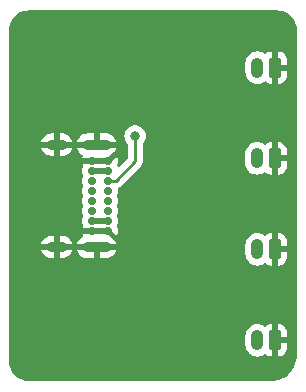
<source format=gbl>
G04 #@! TF.GenerationSoftware,KiCad,Pcbnew,7.0.1*
G04 #@! TF.CreationDate,2024-03-07T21:27:49+09:00*
G04 #@! TF.ProjectId,MP2603-array,4d503236-3033-42d6-9172-7261792e6b69,rev?*
G04 #@! TF.SameCoordinates,PX94c5f00PY6bc3e40*
G04 #@! TF.FileFunction,Copper,L2,Bot*
G04 #@! TF.FilePolarity,Positive*
%FSLAX46Y46*%
G04 Gerber Fmt 4.6, Leading zero omitted, Abs format (unit mm)*
G04 Created by KiCad (PCBNEW 7.0.1) date 2024-03-07 21:27:49*
%MOMM*%
%LPD*%
G01*
G04 APERTURE LIST*
G04 Aperture macros list*
%AMRoundRect*
0 Rectangle with rounded corners*
0 $1 Rounding radius*
0 $2 $3 $4 $5 $6 $7 $8 $9 X,Y pos of 4 corners*
0 Add a 4 corners polygon primitive as box body*
4,1,4,$2,$3,$4,$5,$6,$7,$8,$9,$2,$3,0*
0 Add four circle primitives for the rounded corners*
1,1,$1+$1,$2,$3*
1,1,$1+$1,$4,$5*
1,1,$1+$1,$6,$7*
1,1,$1+$1,$8,$9*
0 Add four rect primitives between the rounded corners*
20,1,$1+$1,$2,$3,$4,$5,0*
20,1,$1+$1,$4,$5,$6,$7,0*
20,1,$1+$1,$6,$7,$8,$9,0*
20,1,$1+$1,$8,$9,$2,$3,0*%
G04 Aperture macros list end*
G04 #@! TA.AperFunction,ComponentPad*
%ADD10RoundRect,0.250000X0.265000X0.615000X-0.265000X0.615000X-0.265000X-0.615000X0.265000X-0.615000X0*%
G04 #@! TD*
G04 #@! TA.AperFunction,ComponentPad*
%ADD11O,1.030000X1.730000*%
G04 #@! TD*
G04 #@! TA.AperFunction,ComponentPad*
%ADD12C,0.700000*%
G04 #@! TD*
G04 #@! TA.AperFunction,ComponentPad*
%ADD13O,2.400000X0.900000*%
G04 #@! TD*
G04 #@! TA.AperFunction,ComponentPad*
%ADD14O,1.700000X0.900000*%
G04 #@! TD*
G04 #@! TA.AperFunction,ViaPad*
%ADD15C,0.800000*%
G04 #@! TD*
G04 #@! TA.AperFunction,Conductor*
%ADD16C,0.500000*%
G04 #@! TD*
G04 #@! TA.AperFunction,Conductor*
%ADD17C,0.250000*%
G04 #@! TD*
G04 APERTURE END LIST*
D10*
X22850000Y3757538D03*
D11*
X21350000Y3757538D03*
D10*
X22850000Y26850000D03*
D11*
X21350000Y26850000D03*
D10*
X22825000Y19157538D03*
D11*
X21325000Y19157538D03*
D10*
X22850000Y11457538D03*
D11*
X21350000Y11457538D03*
D12*
X8725000Y18975000D03*
X8725000Y18125000D03*
X8725000Y17275000D03*
X8725000Y16425000D03*
X8725000Y15575000D03*
X8725000Y14725000D03*
X8725000Y13875000D03*
X8725000Y13025000D03*
X7375000Y13025000D03*
X7375000Y13875000D03*
X7375000Y14725000D03*
X7375000Y15575000D03*
X7375000Y16425000D03*
X7375000Y17275000D03*
X7375000Y18125000D03*
X7375000Y18975000D03*
D13*
X7745000Y20325000D03*
D14*
X4365000Y20325000D03*
D13*
X7745000Y11675000D03*
D14*
X4365000Y11675000D03*
D15*
X15800000Y17600000D03*
X15800000Y25200000D03*
X15870508Y2175053D03*
X15870508Y9875053D03*
X11000000Y21069774D03*
D16*
X7375000Y13875000D02*
X8725000Y13875000D01*
X7375000Y18125000D02*
X8725000Y18125000D01*
X7375000Y13025000D02*
X6275000Y13025000D01*
X7375000Y18975000D02*
X6325000Y18975000D01*
X6275000Y13025000D02*
X6200000Y13100000D01*
X7375000Y18975000D02*
X8725000Y18975000D01*
X6325000Y18975000D02*
X6300000Y19000000D01*
X8725000Y13025000D02*
X7375000Y13025000D01*
D17*
X9375000Y17275000D02*
X8725000Y17275000D01*
X11000000Y18900000D02*
X9375000Y17275000D01*
X11000000Y21069774D02*
X11000000Y18900000D01*
G04 #@! TA.AperFunction,Conductor*
G36*
X23004418Y31699184D02*
G01*
X23233020Y31682835D01*
X23250529Y31680317D01*
X23470144Y31632542D01*
X23487103Y31627563D01*
X23697694Y31549017D01*
X23713777Y31541673D01*
X23911036Y31433960D01*
X23925919Y31424395D01*
X24105836Y31289711D01*
X24119207Y31278125D01*
X24278124Y31119208D01*
X24289710Y31105837D01*
X24424394Y30925920D01*
X24433959Y30911037D01*
X24541669Y30713783D01*
X24549019Y30697689D01*
X24627559Y30487113D01*
X24632543Y30470138D01*
X24680316Y30250530D01*
X24682834Y30233018D01*
X24699184Y30004418D01*
X24699500Y29995572D01*
X24699500Y2503751D01*
X24699274Y2496264D01*
X24683915Y2242365D01*
X24682110Y2227501D01*
X24636938Y1981002D01*
X24633354Y1966462D01*
X24558800Y1727212D01*
X24553491Y1713212D01*
X24450638Y1484681D01*
X24443679Y1471422D01*
X24314033Y1256961D01*
X24305527Y1244638D01*
X24150972Y1047364D01*
X24141042Y1036156D01*
X23963844Y858958D01*
X23952636Y849028D01*
X23755362Y694473D01*
X23743039Y685967D01*
X23528578Y556321D01*
X23515319Y549362D01*
X23286788Y446509D01*
X23272788Y441200D01*
X23033538Y366646D01*
X23018998Y363062D01*
X22772499Y317890D01*
X22757635Y316085D01*
X22503736Y300726D01*
X22496249Y300500D01*
X2004428Y300500D01*
X1995582Y300816D01*
X1766982Y317166D01*
X1749470Y319684D01*
X1529862Y367457D01*
X1512887Y372441D01*
X1302311Y450981D01*
X1286217Y458331D01*
X1088963Y566041D01*
X1074080Y575606D01*
X894163Y710290D01*
X880792Y721876D01*
X721875Y880793D01*
X710289Y894164D01*
X575605Y1074081D01*
X566040Y1088964D01*
X458330Y1286218D01*
X450983Y1302306D01*
X372437Y1512897D01*
X367458Y1529856D01*
X319683Y1749471D01*
X317165Y1766983D01*
X300816Y1995582D01*
X300500Y2004428D01*
X300500Y3357646D01*
X20334500Y3357646D01*
X20349192Y3208467D01*
X20349193Y3208465D01*
X20407260Y3017042D01*
X20501557Y2840626D01*
X20515681Y2823416D01*
X20628457Y2685996D01*
X20705772Y2622546D01*
X20783088Y2559095D01*
X20959504Y2464798D01*
X21150927Y2406731D01*
X21350000Y2387124D01*
X21549073Y2406731D01*
X21740496Y2464798D01*
X21916912Y2559095D01*
X21934872Y2573835D01*
X21989341Y2599597D01*
X22049528Y2596641D01*
X22101215Y2565661D01*
X22116654Y2550222D01*
X22265877Y2458181D01*
X22432303Y2403032D01*
X22535021Y2392538D01*
X22600000Y2392538D01*
X22600000Y3507538D01*
X23100000Y3507538D01*
X23100000Y2392539D01*
X23164979Y2392539D01*
X23267695Y2403032D01*
X23434122Y2458181D01*
X23583345Y2550222D01*
X23707316Y2674193D01*
X23799357Y2823416D01*
X23854506Y2989842D01*
X23865000Y3092559D01*
X23865000Y3507538D01*
X23100000Y3507538D01*
X22600000Y3507538D01*
X22600000Y5122537D01*
X22535021Y5122537D01*
X22432304Y5112045D01*
X22265879Y5056897D01*
X22116654Y4964854D01*
X22101212Y4949412D01*
X22049526Y4918435D01*
X21989341Y4915480D01*
X21934869Y4941244D01*
X21916911Y4955982D01*
X21740498Y5050277D01*
X21740497Y5050278D01*
X21740496Y5050278D01*
X21644784Y5079312D01*
X21549071Y5108346D01*
X21404971Y5122538D01*
X23100000Y5122538D01*
X23100000Y4007538D01*
X23864999Y4007538D01*
X23864999Y4422517D01*
X23854506Y4525234D01*
X23799357Y4691661D01*
X23707316Y4840884D01*
X23583345Y4964855D01*
X23434122Y5056896D01*
X23267696Y5112045D01*
X23164979Y5122538D01*
X23100000Y5122538D01*
X21404971Y5122538D01*
X21350000Y5127952D01*
X21150928Y5108346D01*
X20959501Y5050277D01*
X20783089Y4955982D01*
X20628457Y4829081D01*
X20501556Y4674449D01*
X20407261Y4498037D01*
X20349192Y4306610D01*
X20334500Y4157430D01*
X20334500Y3357646D01*
X300500Y3357646D01*
X300500Y11425000D01*
X3044529Y11425000D01*
X3107685Y11254470D01*
X3209890Y11090499D01*
X3343003Y10950465D01*
X3501585Y10840088D01*
X3679137Y10763894D01*
X3868395Y10725000D01*
X4115000Y10725000D01*
X4115000Y11425000D01*
X4615000Y11425000D01*
X4615000Y10725000D01*
X4813173Y10725000D01*
X4957222Y10739649D01*
X5141569Y10797489D01*
X5310503Y10891254D01*
X5457104Y11017106D01*
X5575368Y11169891D01*
X5660458Y11343359D01*
X5681597Y11425000D01*
X6074529Y11425000D01*
X6137685Y11254470D01*
X6239890Y11090499D01*
X6373003Y10950465D01*
X6531585Y10840088D01*
X6709137Y10763894D01*
X6898395Y10725000D01*
X7495000Y10725000D01*
X7495000Y11425000D01*
X7995000Y11425000D01*
X7995000Y10725000D01*
X8543173Y10725000D01*
X8687222Y10739649D01*
X8871569Y10797489D01*
X9040503Y10891254D01*
X9187104Y11017106D01*
X9218484Y11057646D01*
X20334500Y11057646D01*
X20349192Y10908467D01*
X20349193Y10908465D01*
X20407260Y10717042D01*
X20501557Y10540626D01*
X20515681Y10523416D01*
X20628457Y10385996D01*
X20705772Y10322546D01*
X20783088Y10259095D01*
X20959504Y10164798D01*
X21150927Y10106731D01*
X21350000Y10087124D01*
X21549073Y10106731D01*
X21740496Y10164798D01*
X21916912Y10259095D01*
X21934872Y10273835D01*
X21989341Y10299597D01*
X22049528Y10296641D01*
X22101215Y10265661D01*
X22116654Y10250222D01*
X22265877Y10158181D01*
X22432303Y10103032D01*
X22535021Y10092538D01*
X22600000Y10092538D01*
X22600000Y11207538D01*
X23100000Y11207538D01*
X23100000Y10092539D01*
X23164979Y10092539D01*
X23267695Y10103032D01*
X23434122Y10158181D01*
X23583345Y10250222D01*
X23707316Y10374193D01*
X23799357Y10523416D01*
X23854506Y10689842D01*
X23865000Y10792559D01*
X23865000Y11207538D01*
X23100000Y11207538D01*
X22600000Y11207538D01*
X22600000Y12822537D01*
X22535021Y12822537D01*
X22432304Y12812045D01*
X22265879Y12756897D01*
X22116654Y12664854D01*
X22101212Y12649412D01*
X22049526Y12618435D01*
X21989341Y12615480D01*
X21934869Y12641244D01*
X21916911Y12655982D01*
X21740498Y12750277D01*
X21740497Y12750278D01*
X21740496Y12750278D01*
X21644784Y12779312D01*
X21549071Y12808346D01*
X21404978Y12822538D01*
X23100000Y12822538D01*
X23100000Y11707538D01*
X23864999Y11707538D01*
X23864999Y12122517D01*
X23854506Y12225234D01*
X23799357Y12391661D01*
X23707316Y12540884D01*
X23583345Y12664855D01*
X23434122Y12756896D01*
X23267696Y12812045D01*
X23164979Y12822538D01*
X23100000Y12822538D01*
X21404978Y12822538D01*
X21371747Y12825811D01*
X21350000Y12827952D01*
X21349999Y12827952D01*
X21150928Y12808346D01*
X20959501Y12750277D01*
X20783089Y12655982D01*
X20628457Y12529081D01*
X20501556Y12374449D01*
X20407261Y12198037D01*
X20349192Y12006610D01*
X20334500Y11857430D01*
X20334500Y11057646D01*
X9218484Y11057646D01*
X9305368Y11169891D01*
X9390458Y11343359D01*
X9411597Y11425000D01*
X7995000Y11425000D01*
X7495000Y11425000D01*
X6074529Y11425000D01*
X5681597Y11425000D01*
X4615000Y11425000D01*
X4115000Y11425000D01*
X3044529Y11425000D01*
X300500Y11425000D01*
X300500Y11925000D01*
X3048403Y11925000D01*
X4115000Y11925000D01*
X4115000Y12625000D01*
X4615000Y12625000D01*
X4615000Y11925000D01*
X5685471Y11925000D01*
X5685471Y11925001D01*
X5622314Y12095531D01*
X5520109Y12259502D01*
X5386996Y12399536D01*
X5228414Y12509913D01*
X5050862Y12586107D01*
X4861605Y12625000D01*
X4615000Y12625000D01*
X4115000Y12625000D01*
X3916827Y12625000D01*
X3772777Y12610352D01*
X3588430Y12552512D01*
X3419496Y12458747D01*
X3272895Y12332895D01*
X3154631Y12180110D01*
X3069541Y12006642D01*
X3048403Y11925000D01*
X300500Y11925000D01*
X300500Y20075000D01*
X3044529Y20075000D01*
X3107685Y19904470D01*
X3209890Y19740499D01*
X3343003Y19600465D01*
X3501585Y19490088D01*
X3679137Y19413894D01*
X3868395Y19375000D01*
X4115000Y19375000D01*
X4115000Y20075000D01*
X4615000Y20075000D01*
X4615000Y19375000D01*
X4813173Y19375000D01*
X4957222Y19389649D01*
X5141569Y19447489D01*
X5310503Y19541254D01*
X5457104Y19667106D01*
X5575368Y19819891D01*
X5660458Y19993359D01*
X5681597Y20075000D01*
X6074529Y20075000D01*
X6137685Y19904470D01*
X6239890Y19740499D01*
X6373003Y19600465D01*
X6541935Y19482884D01*
X6541259Y19481913D01*
X6584237Y19446671D01*
X6605973Y19381299D01*
X6594825Y19336134D01*
X6598236Y19335025D01*
X6538995Y19152700D01*
X6520318Y18975001D01*
X6538995Y18797301D01*
X6594209Y18627368D01*
X6602794Y18612498D01*
X6619406Y18550501D01*
X6602795Y18488504D01*
X6593750Y18472838D01*
X6538503Y18302805D01*
X6519815Y18125000D01*
X6538503Y17947196D01*
X6593749Y17777165D01*
X6602505Y17762000D01*
X6619118Y17700000D01*
X6602505Y17638000D01*
X6593749Y17622836D01*
X6538503Y17452805D01*
X6519815Y17275000D01*
X6538503Y17097196D01*
X6593749Y16927167D01*
X6602504Y16912003D01*
X6619118Y16850003D01*
X6602506Y16788003D01*
X6593750Y16772838D01*
X6538503Y16602805D01*
X6519815Y16425000D01*
X6538503Y16247196D01*
X6593749Y16077165D01*
X6602505Y16062000D01*
X6619118Y16000000D01*
X6602505Y15938000D01*
X6593749Y15922836D01*
X6538503Y15752805D01*
X6519815Y15575000D01*
X6538503Y15397196D01*
X6593749Y15227167D01*
X6602504Y15212003D01*
X6619118Y15150003D01*
X6602506Y15088003D01*
X6593750Y15072838D01*
X6538503Y14902805D01*
X6519815Y14725001D01*
X6538503Y14547196D01*
X6593749Y14377165D01*
X6602505Y14362000D01*
X6619118Y14300000D01*
X6602505Y14238000D01*
X6593749Y14222836D01*
X6538503Y14052805D01*
X6519815Y13875001D01*
X6538503Y13697196D01*
X6593750Y13527163D01*
X6602794Y13511498D01*
X6619406Y13449500D01*
X6602794Y13387502D01*
X6594209Y13372633D01*
X6538995Y13202700D01*
X6520318Y13025001D01*
X6538995Y12847301D01*
X6598236Y12664975D01*
X6596263Y12664335D01*
X6608233Y12619146D01*
X6590916Y12556642D01*
X6544413Y12511430D01*
X6449495Y12458746D01*
X6302895Y12332895D01*
X6184631Y12180110D01*
X6099541Y12006642D01*
X6078403Y11925000D01*
X9415471Y11925000D01*
X9415471Y11925001D01*
X9352314Y12095530D01*
X9250111Y12259498D01*
X9234533Y12275886D01*
X9212545Y12276164D01*
X9209641Y12274486D01*
X9145453Y12274486D01*
X9089866Y12306580D01*
X8583628Y12812819D01*
X8553378Y12862182D01*
X8548836Y12919898D01*
X8570991Y12973385D01*
X8615014Y13010985D01*
X8671309Y13024500D01*
X8814391Y13024500D01*
X8966806Y13056897D01*
X9027803Y13054501D01*
X9080266Y13023288D01*
X9476651Y12626903D01*
X9505790Y12677371D01*
X9561004Y12847301D01*
X9579681Y13025001D01*
X9561004Y13202700D01*
X9505792Y13372628D01*
X9497206Y13387499D01*
X9480593Y13449500D01*
X9497206Y13511501D01*
X9506250Y13527165D01*
X9561497Y13697197D01*
X9580185Y13875000D01*
X9561497Y14052803D01*
X9506250Y14222835D01*
X9506249Y14222837D01*
X9497494Y14238001D01*
X9480881Y14300003D01*
X9497495Y14362002D01*
X9506250Y14377165D01*
X9561497Y14547197D01*
X9580185Y14725000D01*
X9561497Y14902803D01*
X9506250Y15072835D01*
X9497494Y15088000D01*
X9480881Y15150000D01*
X9497495Y15212002D01*
X9497496Y15212003D01*
X9506250Y15227165D01*
X9561497Y15397197D01*
X9580185Y15575000D01*
X9561497Y15752803D01*
X9506250Y15922835D01*
X9497494Y15938000D01*
X9480881Y16000000D01*
X9497495Y16062002D01*
X9506250Y16077165D01*
X9561497Y16247197D01*
X9580185Y16425000D01*
X9564296Y16576165D01*
X9576838Y16644836D01*
X9624494Y16695853D01*
X9625386Y16696382D01*
X9625390Y16696382D01*
X9642634Y16706581D01*
X9660102Y16715138D01*
X9678732Y16722514D01*
X9714064Y16748186D01*
X9723830Y16754600D01*
X9725622Y16755660D01*
X9761420Y16776830D01*
X9775585Y16790996D01*
X9790373Y16803627D01*
X9806587Y16815406D01*
X9834438Y16849074D01*
X9842279Y16857691D01*
X11383788Y18399200D01*
X11399885Y18412094D01*
X11401873Y18414213D01*
X11401877Y18414214D01*
X11447948Y18463277D01*
X11450566Y18465977D01*
X11470120Y18485529D01*
X11472581Y18488702D01*
X11480156Y18497573D01*
X11510062Y18529418D01*
X11519712Y18546973D01*
X11530400Y18563243D01*
X11542671Y18579062D01*
X11542673Y18579064D01*
X11560026Y18619168D01*
X11565157Y18629638D01*
X11586197Y18667908D01*
X11591175Y18687301D01*
X11597481Y18705718D01*
X11599018Y18709272D01*
X11605438Y18724104D01*
X11610750Y18757646D01*
X20309500Y18757646D01*
X20324192Y18608467D01*
X20333112Y18579062D01*
X20382260Y18417042D01*
X20476557Y18240626D01*
X20490681Y18223416D01*
X20603457Y18085996D01*
X20680773Y18022546D01*
X20758088Y17959095D01*
X20934504Y17864798D01*
X21125927Y17806731D01*
X21325000Y17787124D01*
X21524073Y17806731D01*
X21715496Y17864798D01*
X21891912Y17959095D01*
X21909872Y17973835D01*
X21964341Y17999597D01*
X22024528Y17996641D01*
X22076215Y17965661D01*
X22091654Y17950222D01*
X22240877Y17858181D01*
X22407303Y17803032D01*
X22510021Y17792538D01*
X22575000Y17792538D01*
X22575000Y18907538D01*
X23075000Y18907538D01*
X23075000Y17792539D01*
X23139979Y17792539D01*
X23242695Y17803032D01*
X23409122Y17858181D01*
X23558345Y17950222D01*
X23682316Y18074193D01*
X23774357Y18223416D01*
X23829506Y18389842D01*
X23840000Y18492559D01*
X23840000Y18907538D01*
X23075000Y18907538D01*
X22575000Y18907538D01*
X22575000Y20522537D01*
X22510021Y20522537D01*
X22407304Y20512045D01*
X22240879Y20456897D01*
X22091654Y20364854D01*
X22076212Y20349412D01*
X22024526Y20318435D01*
X21964341Y20315480D01*
X21909869Y20341244D01*
X21891911Y20355982D01*
X21715498Y20450277D01*
X21715497Y20450278D01*
X21715496Y20450278D01*
X21619784Y20479312D01*
X21524071Y20508346D01*
X21379971Y20522538D01*
X23075000Y20522538D01*
X23075000Y19407538D01*
X23839999Y19407538D01*
X23839999Y19822517D01*
X23829506Y19925234D01*
X23774357Y20091661D01*
X23682316Y20240884D01*
X23558345Y20364855D01*
X23409122Y20456896D01*
X23242696Y20512045D01*
X23139979Y20522538D01*
X23075000Y20522538D01*
X21379971Y20522538D01*
X21325000Y20527952D01*
X21125928Y20508346D01*
X20934501Y20450277D01*
X20758089Y20355982D01*
X20603457Y20229081D01*
X20476556Y20074449D01*
X20382261Y19898037D01*
X20324192Y19706610D01*
X20309500Y19557430D01*
X20309500Y18757646D01*
X11610750Y18757646D01*
X11612272Y18767255D01*
X11614635Y18778669D01*
X11625500Y18820981D01*
X11625500Y18841016D01*
X11627027Y18860415D01*
X11629416Y18875500D01*
X11630160Y18880196D01*
X11626050Y18923675D01*
X11625500Y18935344D01*
X11625500Y20371087D01*
X11633736Y20415525D01*
X11657347Y20454057D01*
X11732533Y20537558D01*
X11827179Y20701490D01*
X11885674Y20881518D01*
X11905460Y21069774D01*
X11885674Y21258030D01*
X11827179Y21438058D01*
X11827179Y21438059D01*
X11732533Y21601991D01*
X11605870Y21742664D01*
X11452730Y21853926D01*
X11279802Y21930919D01*
X11094648Y21970274D01*
X11094646Y21970274D01*
X10905354Y21970274D01*
X10905352Y21970274D01*
X10720197Y21930919D01*
X10547269Y21853926D01*
X10394129Y21742664D01*
X10267466Y21601991D01*
X10172820Y21438059D01*
X10114326Y21258032D01*
X10094540Y21069774D01*
X10114326Y20881517D01*
X10172820Y20701490D01*
X10267464Y20537561D01*
X10267467Y20537558D01*
X10342652Y20454057D01*
X10366264Y20415525D01*
X10374500Y20371087D01*
X10374500Y19210452D01*
X10365061Y19162999D01*
X10338181Y19122771D01*
X9708815Y18493408D01*
X9651971Y18460985D01*
X9586539Y18462013D01*
X9530742Y18496205D01*
X9500120Y18554039D01*
X9503203Y18619407D01*
X9561004Y18797301D01*
X9579681Y18975001D01*
X9561004Y19152700D01*
X9505791Y19322629D01*
X9476651Y19373100D01*
X9080266Y18976714D01*
X9027803Y18945501D01*
X8966805Y18943105D01*
X8814394Y18975500D01*
X8814391Y18975500D01*
X8671309Y18975500D01*
X8615014Y18989015D01*
X8570991Y19026615D01*
X8548836Y19080102D01*
X8553378Y19137818D01*
X8583628Y19187181D01*
X9089867Y19693421D01*
X9145454Y19725515D01*
X9209642Y19725515D01*
X9211200Y19724616D01*
X9232673Y19725977D01*
X9305368Y19819891D01*
X9390458Y19993360D01*
X9411597Y20075000D01*
X6074529Y20075000D01*
X5681597Y20075000D01*
X4615000Y20075000D01*
X4115000Y20075000D01*
X3044529Y20075000D01*
X300500Y20075000D01*
X300500Y20575000D01*
X3048403Y20575000D01*
X4115000Y20575000D01*
X4115000Y21275000D01*
X4615000Y21275000D01*
X4615000Y20575000D01*
X5685471Y20575000D01*
X6078403Y20575000D01*
X7495000Y20575000D01*
X7495000Y21275000D01*
X7995000Y21275000D01*
X7995000Y20575000D01*
X9415471Y20575000D01*
X9415471Y20575001D01*
X9352314Y20745531D01*
X9250109Y20909502D01*
X9116996Y21049536D01*
X8958414Y21159913D01*
X8780862Y21236107D01*
X8591605Y21275000D01*
X7995000Y21275000D01*
X7495000Y21275000D01*
X6946827Y21275000D01*
X6802777Y21260352D01*
X6618430Y21202512D01*
X6449496Y21108747D01*
X6302895Y20982895D01*
X6184631Y20830110D01*
X6099541Y20656642D01*
X6078403Y20575000D01*
X5685471Y20575000D01*
X5685471Y20575001D01*
X5622314Y20745531D01*
X5520109Y20909502D01*
X5386996Y21049536D01*
X5228414Y21159913D01*
X5050862Y21236107D01*
X4861605Y21275000D01*
X4615000Y21275000D01*
X4115000Y21275000D01*
X3916827Y21275000D01*
X3772777Y21260352D01*
X3588430Y21202512D01*
X3419496Y21108747D01*
X3272895Y20982895D01*
X3154631Y20830110D01*
X3069541Y20656642D01*
X3048403Y20575000D01*
X300500Y20575000D01*
X300500Y26450108D01*
X20334500Y26450108D01*
X20349192Y26300929D01*
X20349193Y26300927D01*
X20407260Y26109504D01*
X20501557Y25933088D01*
X20515681Y25915878D01*
X20628457Y25778458D01*
X20705773Y25715008D01*
X20783088Y25651557D01*
X20959504Y25557260D01*
X21150927Y25499193D01*
X21350000Y25479586D01*
X21549073Y25499193D01*
X21740496Y25557260D01*
X21916912Y25651557D01*
X21934872Y25666297D01*
X21989341Y25692059D01*
X22049528Y25689103D01*
X22101215Y25658123D01*
X22116654Y25642684D01*
X22265877Y25550643D01*
X22432303Y25495494D01*
X22535021Y25485000D01*
X22600000Y25485000D01*
X22600000Y26600000D01*
X23100000Y26600000D01*
X23100000Y25485001D01*
X23164979Y25485001D01*
X23267695Y25495494D01*
X23434122Y25550643D01*
X23583345Y25642684D01*
X23707316Y25766655D01*
X23799357Y25915878D01*
X23854506Y26082304D01*
X23865000Y26185021D01*
X23865000Y26600000D01*
X23100000Y26600000D01*
X22600000Y26600000D01*
X22600000Y28214999D01*
X22535021Y28214999D01*
X22432304Y28204507D01*
X22265879Y28149359D01*
X22116654Y28057316D01*
X22101212Y28041874D01*
X22049526Y28010897D01*
X21989341Y28007942D01*
X21934869Y28033706D01*
X21916911Y28048444D01*
X21740498Y28142739D01*
X21740497Y28142740D01*
X21740496Y28142740D01*
X21644784Y28171774D01*
X21549071Y28200808D01*
X21404971Y28215000D01*
X23100000Y28215000D01*
X23100000Y27100000D01*
X23864999Y27100000D01*
X23864999Y27514979D01*
X23854506Y27617696D01*
X23799357Y27784123D01*
X23707316Y27933346D01*
X23583345Y28057317D01*
X23434122Y28149358D01*
X23267696Y28204507D01*
X23164979Y28215000D01*
X23100000Y28215000D01*
X21404971Y28215000D01*
X21350000Y28220414D01*
X21150928Y28200808D01*
X20959501Y28142739D01*
X20783089Y28048444D01*
X20628457Y27921543D01*
X20501556Y27766911D01*
X20407261Y27590499D01*
X20349192Y27399072D01*
X20334500Y27249892D01*
X20334500Y26450108D01*
X300500Y26450108D01*
X300500Y29995572D01*
X300816Y30004418D01*
X317165Y30233018D01*
X319683Y30250530D01*
X367459Y30470149D01*
X372436Y30487100D01*
X450985Y30697701D01*
X458325Y30713773D01*
X566044Y30911044D01*
X575600Y30925914D01*
X710294Y31105844D01*
X721868Y31119201D01*
X880799Y31278132D01*
X894156Y31289706D01*
X1074086Y31424400D01*
X1088956Y31433956D01*
X1286227Y31541675D01*
X1302299Y31549015D01*
X1512900Y31627564D01*
X1529851Y31632541D01*
X1749472Y31680318D01*
X1766977Y31682835D01*
X1995581Y31699184D01*
X2004428Y31699500D01*
X2047595Y31699500D01*
X22952405Y31699500D01*
X22995572Y31699500D01*
X23004418Y31699184D01*
G37*
G04 #@! TD.AperFunction*
M02*

</source>
